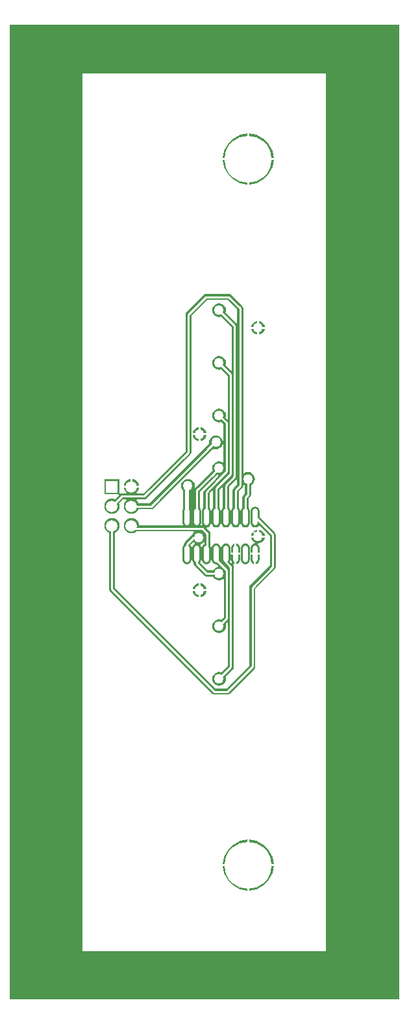
<source format=gbr>
%FSDAX33Y33*%
%MOMM*%
%SFA1B1*%

%IPPOS*%
%AMD1002*
%
%ADD21C,0.254000*%
%ADD22C,0.508000*%
%ADD24C,1.500000*%
%ADD25R,1.500000X1.500000*%
%ADD26C,1.270000*%
%ADD27C,6.096000*%
%ADD30O,0.599999X2.200001*%
%LNfilm_bottom-1*%
%LPD*%
G36*
X050799Y126999D02*
X000000D01*
Y000000*
X050799*
Y126999*
G37*
%LNfilm_bottom-2*%
%LPC*%
G36*
X009524Y006349D02*
X041274D01*
Y120649*
X009524*
Y006349*
G37*
%LNfilm_bottom-3*%
%LPD*%
G36*
X030733Y059416D02*
X030950Y059373D01*
X031133Y059251*
X031255Y059068*
X031298Y058851*
Y057251*
X031255Y057035*
X031133Y056852*
X030950Y056730*
X030733Y056687*
X030517Y056730*
X030334Y056852*
X030212Y057035*
X030169Y057251*
Y058851*
X030212Y059068*
X030334Y059251*
X030517Y059373*
X030733Y059416*
G37*
G36*
X024637Y054219D02*
Y053466D01*
X023885*
X023898Y053572*
X023988Y053788*
X024130Y053974*
X024316Y054116*
X024532Y054206*
X024637Y054219*
G37*
G36*
X024891D02*
X024997Y054206D01*
X025213Y054116*
X025399Y053974*
X025541Y053788*
X025631Y053572*
X025644Y053466*
X024891*
Y054219*
G37*
G36*
X032130Y057924D02*
X032568D01*
Y057251*
X032525Y057035*
X032403Y056852*
X032220Y056730*
X032130Y056712*
Y057924*
G37*
G36*
X031505Y060197D02*
X033264D01*
X033251Y060092*
X033161Y059876*
X033019Y059690*
X032833Y059548*
X032617Y059458*
X032384Y059428*
X032355Y059432*
X032310Y059313*
X032403Y059251*
X032525Y059068*
X032568Y058851*
Y058178*
X031439*
Y058851*
X031482Y059068*
X031604Y059251*
X031787Y059373*
X031958Y059407*
X031971Y059534*
X031936Y059548*
X031750Y059690*
X031608Y059876*
X031518Y060092*
X031505Y060197*
G37*
G36*
X029590Y057924D02*
X030028D01*
Y057251*
X029985Y057035*
X029863Y056852*
X029680Y056730*
X029590Y056712*
Y057924*
G37*
G36*
X031439D02*
X031876D01*
Y056712*
X031787Y056730*
X031604Y056852*
X031482Y057035*
X031439Y057251*
Y057924*
G37*
G36*
X031241Y020828D02*
X031633Y020797D01*
X032138Y020676*
X032618Y020477*
X033061Y020205*
X033457Y019868*
X033794Y019472*
X034066Y019029*
X034265Y018549*
X034386Y018044*
X034417Y017652*
X031241*
Y020828*
G37*
G36*
X027812Y017398D02*
X030987D01*
Y014223*
X030596Y014254*
X030091Y014375*
X029611Y014574*
X029168Y014846*
X028772Y015183*
X028435Y015579*
X028163Y016022*
X027964Y016502*
X027843Y017007*
X027812Y017398*
G37*
G36*
X031241D02*
X034417D01*
X034386Y017007*
X034265Y016502*
X034066Y016022*
X033794Y015579*
X033457Y015183*
X033061Y014846*
X032618Y014574*
X032138Y014375*
X031633Y014254*
X031241Y014223*
Y017398*
G37*
G36*
X030987Y020828D02*
Y017652D01*
X027812*
X027843Y018044*
X027964Y018549*
X028163Y019029*
X028435Y019472*
X028772Y019868*
X029168Y020205*
X029611Y020477*
X030091Y020676*
X030596Y020797*
X030987Y020828*
G37*
G36*
X023885Y053212D02*
X024637D01*
Y052460*
X024532Y052473*
X024316Y052563*
X024130Y052705*
X023988Y052891*
X023898Y053107*
X023885Y053212*
G37*
G36*
X024891D02*
X025644D01*
X025631Y053107*
X025541Y052891*
X025399Y052705*
X025213Y052563*
X024997Y052473*
X024891Y052460*
Y053212*
G37*
G36*
X032003Y064216D02*
X032220Y064173D01*
X032403Y064051*
X032525Y063868*
X032568Y063651*
Y062836*
X034574Y060830*
X034658Y060704*
X034688Y060555*
Y056350*
Y056349*
X034658Y056201*
X034574Y056075*
X032013Y053514*
Y043350*
Y043349*
X031983Y043201*
X031899Y043075*
X028674Y039850*
Y039850*
X028548Y039766*
X028399Y039736*
X026699*
X026551Y039766*
X026425Y039850*
X013060Y053215*
X012976Y053341*
X012971Y053365*
X012946Y053489*
Y060796*
X012828Y060844*
X012618Y061005*
X012457Y061215*
X012356Y061459*
X012322Y061721*
X012356Y061984*
X012457Y062228*
X012618Y062438*
X012828Y062598*
X013072Y062700*
X013334Y062734*
X013597Y062700*
X013841Y062598*
X014051Y062438*
X014211Y062228*
X014313Y061984*
X014347Y061721*
X014313Y061459*
X014211Y061215*
X014051Y061005*
X013841Y060844*
X013723Y060796*
Y053650*
X026860Y040513*
X028239*
X031236Y043510*
Y053674*
X031266Y053823*
X031350Y053949*
X033911Y056510*
Y060395*
X032574Y061732*
X032448Y061719*
X032403Y061652*
X032220Y061530*
X032003Y061487*
X031787Y061530*
X031604Y061652*
X031482Y061835*
X031439Y062051*
Y063651*
X031482Y063868*
X031604Y064051*
X031787Y064173*
X032003Y064216*
G37*
G36*
X029590Y059391D02*
X029680Y059373D01*
X029863Y059251*
X029985Y059068*
X030028Y058851*
Y058178*
X029590*
Y059391*
G37*
G36*
X032257Y088382D02*
Y087629D01*
X031505*
X031518Y087735*
X031608Y087951*
X031750Y088137*
X031936Y088279*
X032152Y088369*
X032257Y088382*
G37*
G36*
X032511D02*
X032617Y088369D01*
X032833Y088279*
X033019Y088137*
X033161Y087951*
X033251Y087735*
X033264Y087629*
X032511*
Y088382*
G37*
G36*
X031505Y087375D02*
X032257D01*
Y086623*
X032152Y086636*
X031936Y086726*
X031750Y086868*
X031608Y087054*
X031518Y087270*
X031505Y087375*
G37*
G36*
X031241Y109346D02*
X034417D01*
X034386Y108955*
X034265Y108450*
X034066Y107970*
X033794Y107527*
X033457Y107131*
X033061Y106794*
X032618Y106522*
X032138Y106323*
X031633Y106202*
X031241Y106171*
Y109346*
G37*
G36*
X030987Y112776D02*
Y109600D01*
X027812*
X027843Y109992*
X027964Y110497*
X028163Y110977*
X028435Y111420*
X028772Y111816*
X029168Y112153*
X029611Y112425*
X030091Y112624*
X030596Y112745*
X030987Y112776*
G37*
G36*
X031241D02*
X031633Y112745D01*
X032138Y112624*
X032618Y112425*
X033061Y112153*
X033457Y111816*
X033794Y111420*
X034066Y110977*
X034265Y110497*
X034386Y109992*
X034417Y109600*
X031241*
Y112776*
G37*
G36*
X027812Y109346D02*
X030987D01*
Y106171*
X030596Y106202*
X030091Y106323*
X029611Y106522*
X029168Y106794*
X028772Y107131*
X028435Y107527*
X028163Y107970*
X027964Y108450*
X027843Y108955*
X027812Y109346*
G37*
G36*
X032257Y061204D02*
Y060451D01*
X031505*
X031518Y060557*
X031608Y060773*
X031750Y060959*
X031936Y061101*
X032152Y061191*
X032257Y061204*
G37*
G36*
X032511D02*
X032617Y061191D01*
X032833Y061101*
X033019Y060959*
X033161Y060773*
X033251Y060557*
X033264Y060451*
X032511*
Y061204*
G37*
G36*
X029336Y059391D02*
Y058178D01*
X028899*
Y058851*
X028942Y059068*
X029064Y059251*
X029247Y059373*
X029336Y059391*
G37*
G36*
X025599Y091913D02*
X028574D01*
X028723Y091883*
X028849Y091799*
X030331Y090317*
X030416Y090191*
X030445Y090042*
Y068586*
X030559Y068530*
X030624Y068580*
X030841Y068669*
X031073Y068700*
X031305Y068669*
X031521Y068580*
X031707Y068437*
X031849Y068251*
X031939Y068035*
X031969Y067803*
X031939Y067571*
X031849Y067355*
X031707Y067169*
X031521Y067027*
X031463Y067002*
Y065749*
X031433Y065601*
X031349Y065475*
X031122Y065248*
Y064058*
X031133Y064051*
X031255Y063868*
X031298Y063651*
Y062051*
X031255Y061835*
X031133Y061652*
X030950Y061530*
X030733Y061487*
X030517Y061530*
X030334Y061652*
X030212Y061835*
X030169Y062051*
Y063651*
X030212Y063868*
X030334Y064051*
X030345Y064058*
Y065408*
X030375Y065557*
X030459Y065683*
X030686Y065910*
Y067001*
X030624Y067027*
X030559Y067077*
X030445Y067020*
Y066932*
X030416Y066783*
X030331Y066657*
X029852Y066178*
Y064058*
X029863Y064051*
X029985Y063868*
X030028Y063651*
Y062051*
X029985Y061835*
X029863Y061652*
X029680Y061530*
X029463Y061487*
X029247Y061530*
X029064Y061652*
X028942Y061835*
X028899Y062051*
Y063651*
X028942Y063868*
X029064Y064051*
X029075Y064058*
Y066338*
X029105Y066487*
X029189Y066613*
X029668Y067093*
Y067714*
X029551Y067763*
X028582Y066794*
Y064058*
X028593Y064051*
X028715Y063868*
X028758Y063651*
Y062051*
X028715Y061835*
X028593Y061652*
X028410Y061530*
X028193Y061487*
X027977Y061530*
X027794Y061652*
X027672Y061835*
X027629Y062051*
Y063651*
X027672Y063868*
X027794Y064051*
X027805Y064058*
Y066715*
X027688Y066763*
X027312Y066388*
Y064058*
X027323Y064051*
X027445Y063868*
X027488Y063651*
Y062051*
X027445Y061835*
X027323Y061652*
X027140Y061530*
X026923Y061487*
X026707Y061530*
X026524Y061652*
X026402Y061835*
X026359Y062051*
Y063651*
X026402Y063868*
X026524Y064051*
X026535Y064058*
Y066270*
X026418Y066318*
X026042Y065943*
Y064058*
X026053Y064051*
X026175Y063868*
X026218Y063651*
Y062051*
X026175Y061835*
X026053Y061652*
X025870Y061530*
X025698Y061496*
X025661Y061374*
X026055Y060980*
X026139Y060854*
X026169Y060705*
Y059077*
X026175Y059068*
X026218Y058851*
Y057251*
X026175Y057035*
X026053Y056852*
X025870Y056730*
X025653Y056687*
X025437Y056730*
X025254Y056852*
X025132Y057035*
X025089Y057251*
Y058851*
X025132Y059068*
X025254Y059251*
X025392Y059343*
Y059537*
X025272Y059578*
X025261Y059563*
X025075Y059421*
X024859Y059331*
X024890Y059090*
X024905Y059068*
X024948Y058851*
Y057251*
X024905Y057035*
X024809Y056892*
X025814Y055887*
X026503*
X026528Y055947*
X026670Y056133*
X026856Y056275*
X027072Y056365*
X027154Y056375*
X027195Y056496*
X026990Y056700*
X026923Y056687*
X026707Y056730*
X026524Y056852*
X026402Y057035*
X026359Y057251*
Y058851*
X026402Y059068*
X026524Y059251*
X026707Y059373*
X026923Y059416*
X027140Y059373*
X027323Y059251*
X027445Y059068*
X027488Y058851*
Y057383*
X027594Y057312*
X027629Y057326*
Y058851*
X027672Y059068*
X027794Y059251*
X027977Y059373*
X028193Y059416*
X028410Y059373*
X028593Y059251*
X028715Y059068*
X028758Y058851*
Y057251*
X028718Y057048*
X028910Y056856*
X029008Y056936*
X028942Y057035*
X028899Y057251*
Y057924*
X029336*
Y056712*
X029247Y056730*
X029148Y056796*
X029068Y056698*
X029103Y056662*
X029187Y056536*
X029217Y056387*
Y043306*
X029217*
X029217*
X029187Y043158*
X029103Y043032*
X028146Y042074*
X028171Y042015*
X028201Y041782*
X028171Y041550*
X028081Y041334*
X027939Y041148*
X027753Y041006*
X027537Y040916*
X027304Y040886*
X027072Y040916*
X026856Y041006*
X026670Y041148*
X026528Y041334*
X026438Y041550*
X026408Y041782*
X026438Y042015*
X026528Y042231*
X026670Y042417*
X026856Y042559*
X027072Y042649*
X027304Y042679*
X027537Y042649*
X027596Y042624*
X028440Y043467*
Y049061*
X028323Y049109*
X028146Y048932*
X028171Y048873*
X028201Y048640*
X028171Y048408*
X028081Y048192*
X027939Y048006*
X027753Y047864*
X027537Y047774*
X027304Y047744*
X027072Y047774*
X026856Y047864*
X026670Y048006*
X026528Y048192*
X026438Y048408*
X026408Y048640*
X026438Y048873*
X026528Y049089*
X026670Y049275*
X026856Y049417*
X027072Y049507*
X027304Y049537*
X027537Y049507*
X027596Y049482*
X027932Y049817*
Y054716*
X027818Y054772*
X027753Y054722*
X027537Y054632*
X027304Y054602*
X027072Y054632*
X026856Y054722*
X026670Y054864*
X026528Y055050*
X026503Y055110*
X025653*
X025505Y055140*
X025379Y055224*
X024109Y056494*
X024025Y056620*
X023995Y056768*
X023995*
X023995Y056768*
Y056845*
X023984Y056852*
X023862Y057035*
X023819Y057251*
Y058851*
X023862Y059068*
X023984Y059251*
X024116Y059339*
X024120Y059466*
X023992Y059563*
X023922Y059568*
X023550Y059196*
X023635Y059068*
X023678Y058851*
Y057251*
X023635Y057035*
X023513Y056852*
X023330Y056730*
X023113Y056687*
X022897Y056730*
X022714Y056852*
X022592Y057035*
X022549Y057251*
Y058851*
X022592Y059068*
X022714Y059251*
X022725Y059258*
Y059308*
X022755Y059457*
X022839Y059583*
X023728Y060472*
X023797Y060519*
X023850Y060646*
X023992Y060832*
X024013Y060848*
X023973Y060968*
X016542*
X016381Y060844*
X016137Y060743*
X015874Y060709*
X015612Y060743*
X015368Y060844*
X015158Y061005*
X014997Y061215*
X014896Y061459*
X014862Y061721*
X014896Y061984*
X014997Y062228*
X015158Y062438*
X015368Y062598*
X015612Y062700*
X015874Y062734*
X016137Y062700*
X016381Y062598*
X016591Y062438*
X016751Y062228*
X016853Y061984*
X016884Y061745*
X022510*
X022590Y061843*
X022549Y062051*
Y063651*
X022592Y063868*
X022596Y063873*
Y066296*
X022464Y066467*
X022374Y066684*
X022344Y066916*
X022374Y067148*
X022464Y067364*
X022606Y067550*
X022792Y067692*
X023008Y067782*
X023240Y067812*
X023473Y067782*
X023689Y067692*
X023875Y067550*
X024017Y067364*
X024107Y067148*
X024137Y066916*
X024117Y066761*
X024231Y066705*
X026208Y068682*
X026253Y068712*
X026463Y068923*
X026438Y068982*
X026408Y069214*
X026438Y069447*
X026528Y069663*
X026670Y069849*
X026856Y069991*
X027072Y070081*
X027304Y070111*
X027537Y070081*
X027753Y069991*
X027775Y069974*
X027888Y070031*
Y072313*
X027764Y072338*
X027676Y072126*
X027534Y071940*
X027348Y071798*
X027132Y071708*
X026899Y071678*
X026667Y071708*
X026501Y071777*
X018711Y063987*
X018585Y063903*
X018436Y063873*
X016800*
X016751Y063755*
X016591Y063545*
X016381Y063384*
X016137Y063283*
X015874Y063249*
X015612Y063283*
X015368Y063384*
X015158Y063545*
X014997Y063755*
X014896Y063999*
X014862Y064261*
X014896Y064524*
X014997Y064768*
X015158Y064978*
X015225Y065028*
X015184Y065149*
X014771*
X014264Y064641*
X014313Y064524*
X014347Y064261*
X014313Y063999*
X014211Y063755*
X014051Y063545*
X013841Y063384*
X013597Y063283*
X013334Y063249*
X013072Y063283*
X012828Y063384*
X012618Y063545*
X012457Y063755*
X012356Y063999*
X012322Y064261*
X012356Y064524*
X012457Y064768*
X012618Y064978*
X012828Y065138*
X013072Y065240*
X013334Y065274*
X013597Y065240*
X013714Y065191*
X014204Y065680*
X014155Y065797*
X012330*
Y067805*
X014338*
Y065949*
X014450Y065889*
X014461Y065896*
X014610Y065925*
X015169*
X015210Y066046*
X015158Y066085*
X014997Y066295*
X014896Y066539*
X014879Y066674*
X016870*
X016853Y066539*
X016751Y066295*
X016591Y066085*
X016539Y066046*
X016580Y065925*
X017401*
X022911Y071435*
Y089224*
X022941Y089373*
X023025Y089499*
X025325Y091799*
X025451Y091883*
X025599Y091913*
G37*
G36*
X032511Y087375D02*
X033264D01*
X033251Y087270*
X033161Y087054*
X033019Y086868*
X032833Y086726*
X032617Y086636*
X032511Y086623*
Y087375*
G37*
G36*
X015747Y067797D02*
Y066928D01*
X014879*
X014896Y067064*
X014997Y067308*
X015158Y067518*
X015368Y067678*
X015612Y067780*
X015747Y067797*
G37*
G36*
X016001D02*
X016137Y067780D01*
X016381Y067678*
X016591Y067518*
X016751Y067308*
X016853Y067064*
X016870Y066928*
X016001*
Y067797*
G37*
%LNfilm_bottom-4*%
%LPC*%
G36*
X023688Y089064D02*
Y071274D01*
X023658Y071126*
X023574Y071000*
X017837Y065262*
X017711Y065178*
X017562Y065149*
X016565*
X016524Y065028*
X016591Y064978*
X016751Y064768*
X016800Y064650*
X018276*
X026026Y072400*
X026003Y072574*
X026033Y072807*
X026123Y073023*
X026265Y073209*
X026451Y073351*
X026667Y073441*
X026899Y073471*
X027132Y073441*
X027348Y073351*
X027534Y073209*
X027676Y073023*
X027764Y072811*
X027888Y072835*
Y074939*
X027596Y075231*
X027537Y075206*
X027304Y075176*
X027072Y075206*
X026856Y075296*
X026670Y075438*
X026528Y075624*
X026438Y075840*
X026408Y076072*
X026438Y076305*
X026528Y076521*
X026670Y076707*
X026856Y076849*
X027072Y076939*
X027304Y076969*
X027537Y076939*
X027753Y076849*
X027939Y076707*
X028081Y076521*
X028171Y076305*
X028201Y076072*
X028171Y075840*
X028146Y075781*
X028323Y075604*
X028440Y075652*
Y081246*
X027596Y082089*
X027537Y082064*
X027304Y082034*
X027072Y082064*
X026856Y082154*
X026670Y082296*
X026528Y082482*
X026438Y082698*
X026408Y082930*
X026438Y083163*
X026528Y083379*
X026670Y083565*
X026856Y083707*
X027072Y083797*
X027304Y083827*
X027537Y083797*
X027753Y083707*
X027939Y083565*
X028081Y083379*
X028171Y083163*
X028201Y082930*
X028171Y082698*
X028146Y082639*
X028831Y081954*
X028948Y082002*
Y087596*
X027596Y088947*
X027537Y088922*
X027304Y088892*
X027072Y088922*
X026856Y089012*
X026670Y089154*
X026528Y089340*
X026438Y089556*
X026408Y089788*
X026438Y090021*
X026528Y090237*
X026670Y090423*
X026856Y090565*
X027072Y090655*
X027304Y090685*
X027537Y090655*
X027753Y090565*
X027939Y090423*
X028081Y090237*
X028171Y090021*
X028201Y089788*
X028171Y089556*
X028146Y089497*
X029551Y088091*
X029668Y088140*
Y089881*
X028414Y091136*
X025760*
X023688Y089064*
G37*
G36*
X026757Y068118D02*
X026712Y068088D01*
X024772Y066148*
Y064058*
X024783Y064051*
X024905Y063868*
X024948Y063651*
Y062051*
X024907Y061843*
X024987Y061745*
X024996*
X025114Y061824*
X025130Y061843*
X025089Y062051*
Y063651*
X025132Y063868*
X025254Y064051*
X025265Y064058*
Y066103*
X025295Y066252*
X025379Y066378*
X026811Y067811*
X026858Y067880*
X027195Y068217*
X027154Y068338*
X027072Y068348*
X027013Y068373*
X026757Y068118*
G37*
%LNfilm_bottom-5*%
%LPD*%
G36*
X023885Y073532D02*
X024637D01*
Y072780*
X024532Y072793*
X024316Y072883*
X024130Y073025*
X023988Y073211*
X023898Y073427*
X023885Y073532*
G37*
G36*
X024891D02*
X025644D01*
X025631Y073427*
X025541Y073211*
X025399Y073025*
X025213Y072883*
X024997Y072793*
X024891Y072780*
Y073532*
G37*
G36*
X024637Y074539D02*
Y073786D01*
X023885*
X023898Y073892*
X023988Y074108*
X024130Y074294*
X024316Y074436*
X024532Y074526*
X024637Y074539*
G37*
G36*
X024891D02*
X024997Y074526D01*
X025213Y074436*
X025399Y074294*
X025541Y074108*
X025631Y073892*
X025644Y073786*
X024891*
Y074539*
G37*
%LNfilm_bottom-6*%
%LPC*%
G54D21*
X034299Y056349D02*
Y060555D01*
Y056349D02*
X031624Y053674D01*
X034299Y060555D02*
X032003Y062851D01*
X032384Y060324D02*
X031876Y060832D01*
X031624Y043349D02*
Y053674D01*
Y043349D02*
X028399Y040124D01*
X031074Y065749D02*
Y067805D01*
Y065749D02*
X030733Y065408D01*
X031074Y067805D02*
X031073Y067803D01*
X030733Y062851D02*
Y065408D01*
X030057Y066932D02*
Y090042D01*
Y066932D02*
X029463Y066338D01*
X030057Y090042D02*
X028574Y091524D01*
X029463Y062851D02*
Y066338D01*
X029336Y068098D02*
Y087756D01*
Y068098D02*
X028193Y066955D01*
X029336Y087756D02*
X027304Y089788D01*
X028828Y043306D02*
Y056387D01*
Y043306D02*
X027304Y041782D01*
X028828Y056387D02*
X028193Y057022D01*
X028828Y068453D02*
Y081406D01*
Y068453D02*
X026923Y066548D01*
X028828Y081406D02*
X027304Y082930D01*
X028574Y091524D02*
X025599D01*
X028399Y040124D02*
X026699D01*
X028320Y049656D02*
Y055919D01*
Y049656D02*
X027304Y048640D01*
X028320Y055919D02*
X026923Y057316D01*
X028320Y068794D02*
Y069635D01*
Y068794D02*
X027132Y067606D01*
X028320Y069635D02*
X028277Y069679D01*
Y075100D01*
X027304Y076072D01*
X028193Y057022D02*
Y058051D01*
Y062851D02*
Y066955D01*
X027304Y055498D02*
X025653D01*
X027304Y069214D02*
X026482Y068392D01*
X027132Y067582D02*
Y067606D01*
Y067582D02*
X025653Y066103D01*
X026923Y057316D02*
Y058051D01*
Y062851D02*
Y066548D01*
X026899Y072574D02*
X026749D01*
X018436Y064261D01*
X026699Y040124D02*
X013334Y053489D01*
X026482Y068392D02*
Y068407D01*
X024383Y066308D01*
X025780Y058165D02*
Y060705D01*
X025130Y061356D01*
X025653Y055498D02*
X024383Y056768D01*
X025653Y062851D02*
Y066103D01*
X025599Y091524D02*
X023299Y089224D01*
X025130Y061356D02*
X016240D01*
X024626Y060197D02*
X024002D01*
X024383Y056768D02*
Y058051D01*
Y062851D02*
Y066308D01*
X024002Y060197D02*
X023113Y059308D01*
X023299Y071274D02*
Y089224D01*
Y071274D02*
X017562Y065537D01*
X023240Y066916D02*
X023113Y066789D01*
Y058051D02*
Y059308D01*
G54D22*
X023113Y062851D02*
Y066789D01*
G54D21*
X018436Y064261D02*
X015874D01*
X017562Y065537D02*
X014610D01*
X016240Y061356D02*
X015874Y061721D01*
X014610Y065537D02*
X013334Y064261D01*
Y053489D02*
Y061721D01*
G54D30*
X032003Y058051D03*
Y062851D03*
X030733Y058051D03*
Y062851D03*
X029463Y058051D03*
Y062851D03*
X028193Y058051D03*
Y062851D03*
X026923Y058051D03*
Y062851D03*
X025653Y058051D03*
Y062851D03*
X024383Y058051D03*
Y062851D03*
X023113Y058051D03*
Y062851D03*
G54D24*
X015874Y061721D03*
Y064261D03*
Y066801D03*
X013334Y061721D03*
Y064261D03*
G54D25*
X013334Y066801D03*
G54D26*
X032384Y060324D03*
Y087502D03*
G54D27*
X031114Y017525D03*
Y109473D03*
G54D26*
X031073Y067803D03*
X027304Y041782D03*
Y048640D03*
Y055498D03*
Y069214D03*
Y076072D03*
Y082930D03*
Y089788D03*
X026899Y072574D03*
X024764Y053339D03*
Y073659D03*
X024626Y060197D03*
X023240Y066916D03*
M02*
</source>
